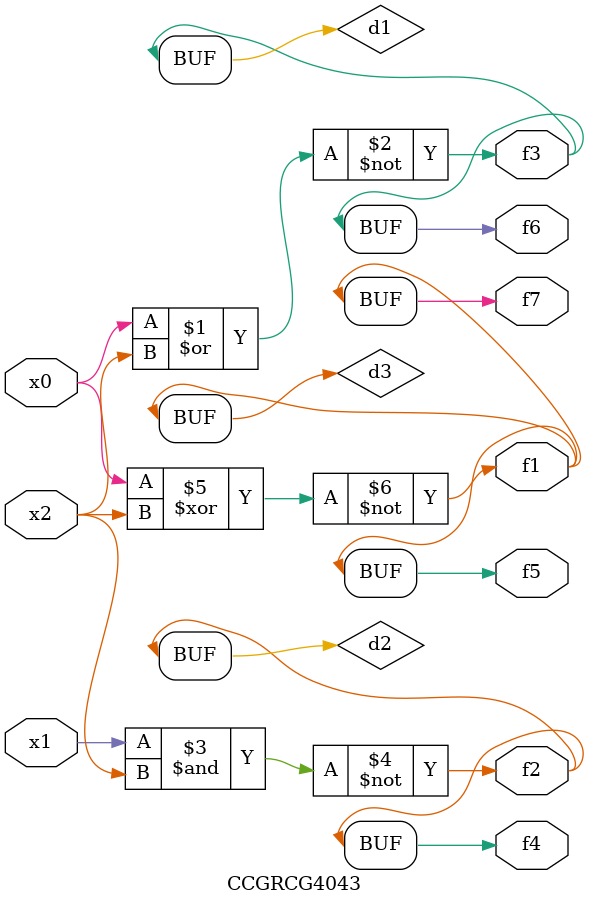
<source format=v>
module CCGRCG4043(
	input x0, x1, x2,
	output f1, f2, f3, f4, f5, f6, f7
);

	wire d1, d2, d3;

	nor (d1, x0, x2);
	nand (d2, x1, x2);
	xnor (d3, x0, x2);
	assign f1 = d3;
	assign f2 = d2;
	assign f3 = d1;
	assign f4 = d2;
	assign f5 = d3;
	assign f6 = d1;
	assign f7 = d3;
endmodule

</source>
